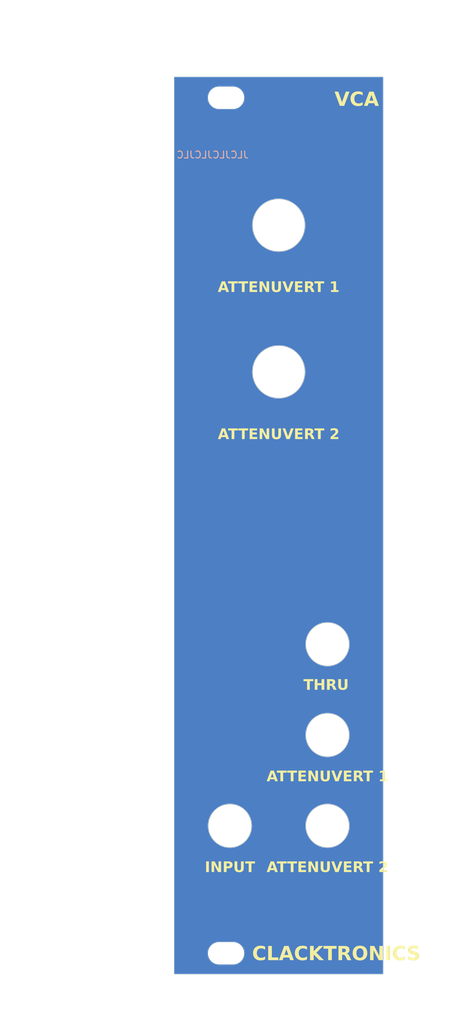
<source format=kicad_pcb>
(kicad_pcb (version 20221018) (generator pcbnew)
  (layers (0 "F.Cu" signal) (31 "B.Cu" signal) (34 "B.Paste" user) (35 "F.Paste" user) (36 "B.SilkS" user "B.Silkscreen") (37 "F.SilkS" user "F.Silkscreen") (38 "B.Mask" user) (39 "F.Mask" user) (44 "Edge.Cuts" user))
  (net 0 "")
  (gr_line (start 122.45 31.35) (end 124.45 31.35) (stroke (width 0.05)) (layer "Edge.Cuts"))
  (gr_circle (center 138 121) (end 141.1 121) (stroke (width 0.1)) (fill none) (layer "Edge.Cuts"))
  (gr_arc (start 124.45 150.65) (mid 126.05 152.25) (end 124.45 153.85) (stroke (width 0.05)) (layer "Edge.Cuts"))
  (gr_circle (center 138 134) (end 141.1 134) (stroke (width 0.1)) (fill none) (layer "Edge.Cuts"))
  (gr_line (start 124.45 150.65) (end 122.45 150.65) (stroke (width 0.05)) (layer "Edge.Cuts"))
  (gr_arc (start 122.45 31.35) (mid 120.85 29.75) (end 122.45 28.15) (stroke (width 0.05)) (layer "Edge.Cuts"))
  (gr_arc (start 124.45 28.15) (mid 126.05 29.75) (end 124.45 31.35) (stroke (width 0.05)) (layer "Edge.Cuts"))
  (gr_line (start 116 26.75) (end 146 26.75) (stroke (width 0.05)) (layer "Edge.Cuts"))
  (gr_line (start 146 155.25) (end 116 155.25) (stroke (width 0.05)) (layer "Edge.Cuts"))
  (gr_line (start 116 155.25) (end 116 26.75) (stroke (width 0.05)) (layer "Edge.Cuts"))
  (gr_line (start 122.45 153.85) (end 124.45 153.85) (stroke (width 0.05)) (layer "Edge.Cuts"))
  (gr_line (start 124.45 28.15) (end 122.45 28.15) (stroke (width 0.05)) (layer "Edge.Cuts"))
  (gr_line (start 146 26.75) (end 146 155.25) (stroke (width 0.05)) (layer "Edge.Cuts"))
  (gr_circle (center 138 108) (end 141.1 108) (stroke (width 0.1)) (fill none) (layer "Edge.Cuts"))
  (gr_circle (center 131 69) (end 134.75 69) (stroke (width 0.1)) (fill none) (layer "Edge.Cuts"))
  (gr_arc (start 122.45 153.85) (mid 120.85 152.25) (end 122.45 150.65) (stroke (width 0.05)) (layer "Edge.Cuts"))
  (gr_circle (center 131 48) (end 134.75 48) (stroke (width 0.1)) (fill none) (layer "Edge.Cuts"))
  (gr_circle (center 124 134) (end 127.1 134) (stroke (width 0.1)) (fill none) (layer "Edge.Cuts"))
  (gr_text "JLCJLCJLCJLC" (at 126.75 38.5) (layer "B.SilkS") (effects (font (size 1 1)) (justify left bottom mirror)))
  (gr_text "ATTENUVERT 2" (at 138 140) (layer "F.SilkS") (effects (font (size 1.5 1.5))))
  (gr_text "INPUT" (at 124 140) (layer "F.SilkS") (effects (font (size 1.5 1.5))))
  (gr_text "ATTENUVERT 1" (at 138 127) (layer "F.SilkS") (effects (font (size 1.5 1.5))))
  (gr_text "ATTENUVERT 1" (at 130.99 56.94) (layer "F.SilkS") (effects (font (size 1.5 1.5))))
  (gr_text "CLACKTRONICS" (at 127.18 153.58) (layer "F.SilkS") (effects (font (size 2 2) (thickness 0.2) bold) (justify left bottom)))
  (gr_text "ATTENUVERT 2" (at 131 78) (layer "F.SilkS") (effects (font (size 1.5 1.5))))
  (gr_text "VCA" (at 139 31.25) (layer "F.SilkS") (effects (font (size 2 2)) (justify left bottom)))
  (gr_text "THRU" (at 137.8 113.9) (layer "F.SilkS") (effects (font (size 1.5 1.5))))
  (zone (net 0) (net_name "") (layer "B.Cu") (connect_pads (clearance 0.508)) (min_thickness 0.25) (fill yes (thermal_gap 0.5) (thermal_bridge_width 0.5) (island_removal_mode 1) (island_area_min 10))
    (polygon (pts (xy 115 26) (xy 115.5 155.5) (xy 146.5 155.5) (xy 146.5 26)))
  )
)
</source>
